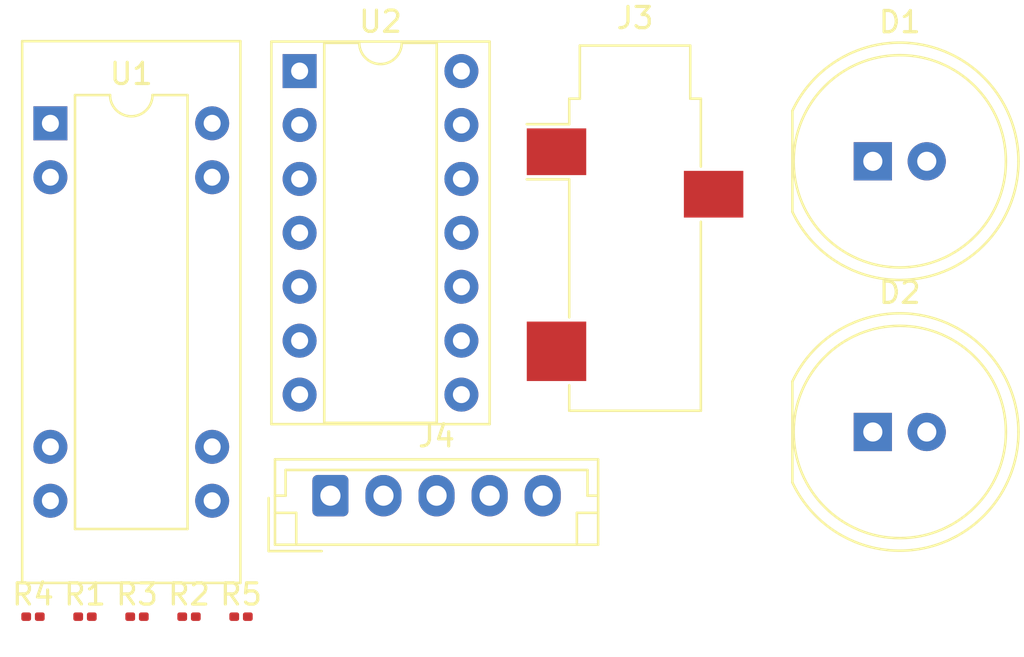
<source format=kicad_pcb>
(kicad_pcb (version 20211014) (generator pcbnew)
  (layers (0 "F.Cu" signal) (31 "B.Cu" signal) (34 "B.Paste" user) (35 "F.Paste" user) (36 "B.SilkS" user "B.Silkscreen") (37 "F.SilkS" user "F.Silkscreen") (38 "B.Mask" user) (39 "F.Mask" user) (44 "Edge.Cuts" user))
  (net 0 "")
  (net 1 "Net-(D1-Pad1)")
  (net 2 "Net-(D1-Pad2)")
  (net 3 "Net-(D2-Pad2)")
  (net 4 "Net-(J2-Pad4)")
  (net 5 "Net-(J2-Pad2)")
  (net 6 "Net-(J4-Pad1)")
  (net 7 "Net-(J4-Pad2)")
  (net 8 "Net-(J4-Pad3)")
  (net 10 "Net-(R1-Pad1)")
  (net 11 "Net-(J1-Pad2)")
  (net 12 "Net-(R2-Pad2)")
  (net 13 "Net-(R3-Pad1)")
  (net 14 "Net-(R5-Pad2)")
  (net 16 "Net-(J1-Pad4)")
  (net 18 "Net-(U1-Pad6)")
  (footprint "Resistor_SMD:R_0201_0603Metric" (layer "F.Cu") (at 128.08 95.11)
    (fp_text reference "R4" (at 0 -1.05) (layer "F.SilkS"))
    (fp_text value "220")
    (pad "1" smd roundrect (at -0.32 0) (size 0.46 0.4) (layers "F.Cu" "F.Mask") (net 6 "Net-(J4-Pad1)"))
    (pad "2" smd roundrect (at 0.32 0) (size 0.46 0.4) (layers "F.Cu" "F.Mask") (net 4 "Net-(J2-Pad4)"))
  )
  (footprint "LED_THT:LED_D10.0mm" (layer "F.Cu") (at 167.64 86.41)
    (fp_text reference "D2" (at 1.27 -6.56) (layer "F.SilkS"))
    (fp_text value "LED")
    (fp_line (start -3.79 -2.376) (end -3.79 2.376) (layer "F.SilkS") (width 0.12))
    (fp_arc (start -3.79 -2.375816) (mid 2.484794 -5.456407) (end 6.859998 -0.004741) (layer "F.SilkS") (width 0.12))
    (fp_arc (start 6.859998 0.004741) (mid 2.484794 5.456407) (end -3.79 2.375816) (layer "F.SilkS") (width 0.12))
    (fp_circle (center 1.27 0) (end 6.27 0) (layer "F.SilkS") (width 0.12) (fill none))
    (pad "1" thru_hole rect (at 0 0) (size 1.8 1.8) (drill 0.9) (layers *.Cu *.Mask) (net 1 "Net-(D1-Pad1)"))
    (pad "2" thru_hole circle (at 2.54 0) (size 1.8 1.8) (drill 0.9) (layers *.Cu *.Mask) (net 3 "Net-(D2-Pad2)"))
  )
  (footprint "Package_DIP:DIP-14_W7.62mm_Socket" (layer "F.Cu") (at 140.64 69.41)
    (fp_text reference "U2" (at 3.81 -2.33) (layer "F.SilkS"))
    (fp_text value "74LS00")
    (fp_line (start 6.46 16.57) (end 6.46 -1.33) (layer "F.SilkS") (width 0.12))
    (fp_line (start 6.46 -1.33) (end 4.81 -1.33) (layer "F.SilkS") (width 0.12))
    (fp_line (start 1.16 16.57) (end 6.46 16.57) (layer "F.SilkS") (width 0.12))
    (fp_line (start -1.33 16.63) (end 8.95 16.63) (layer "F.SilkS") (width 0.12))
    (fp_line (start 8.95 16.63) (end 8.95 -1.39) (layer "F.SilkS") (width 0.12))
    (fp_line (start 1.16 -1.33) (end 1.16 16.57) (layer "F.SilkS") (width 0.12))
    (fp_line (start 8.95 -1.39) (end -1.33 -1.39) (layer "F.SilkS") (width 0.12))
    (fp_line (start 2.81 -1.33) (end 1.16 -1.33) (layer "F.SilkS") (width 0.12))
    (fp_line (start -1.33 -1.39) (end -1.33 16.63) (layer "F.SilkS") (width 0.12))
    (fp_arc (start 4.81 -1.33) (mid 3.81 -0.33) (end 2.81 -1.33) (layer "F.SilkS") (width 0.12))
    (pad "1" thru_hole rect (at 0 0) (size 1.6 1.6) (drill 0.8) (layers *.Cu *.Mask) (net 18 "Net-(U1-Pad6)"))
    (pad "2" thru_hole oval (at 0 2.54) (size 1.6 1.6) (drill 0.8) (layers *.Cu *.Mask) (net 18 "Net-(U1-Pad6)"))
    (pad "3" thru_hole oval (at 0 5.08) (size 1.6 1.6) (drill 0.8) (layers *.Cu *.Mask) (net 13 "Net-(R3-Pad1)"))
    (pad "4" thru_hole oval (at 0 7.62) (size 1.6 1.6) (drill 0.8) (layers *.Cu *.Mask) (net 13 "Net-(R3-Pad1)"))
    (pad "5" thru_hole oval (at 0 10.16) (size 1.6 1.6) (drill 0.8) (layers *.Cu *.Mask) (net 13 "Net-(R3-Pad1)"))
    (pad "6" thru_hole oval (at 0 12.7) (size 1.6 1.6) (drill 0.8) (layers *.Cu *.Mask) (net 8 "Net-(J4-Pad3)"))
    (pad "7" thru_hole oval (at 0 15.24) (size 1.6 1.6) (drill 0.8) (layers *.Cu *.Mask) (net 1 "Net-(D1-Pad1)"))
    (pad "8" thru_hole oval (at 7.62 15.24) (size 1.6 1.6) (drill 0.8) (layers *.Cu *.Mask) (net 12 "Net-(R2-Pad2)"))
    (pad "9" thru_hole oval (at 7.62 12.7) (size 1.6 1.6) (drill 0.8) (layers *.Cu *.Mask) (net 14 "Net-(R5-Pad2)"))
    (pad "10" thru_hole oval (at 7.62 10.16) (size 1.6 1.6) (drill 0.8) (layers *.Cu *.Mask) (net 14 "Net-(R5-Pad2)"))
    (pad "11" thru_hole oval (at 7.62 7.62) (size 1.6 1.6) (drill 0.8) (layers *.Cu *.Mask) (net 14 "Net-(R5-Pad2)"))
    (pad "12" thru_hole oval (at 7.62 5.08) (size 1.6 1.6) (drill 0.8) (layers *.Cu *.Mask) (net 7 "Net-(J4-Pad2)"))
    (pad "13" thru_hole oval (at 7.62 2.54) (size 1.6 1.6) (drill 0.8) (layers *.Cu *.Mask) (net 7 "Net-(J4-Pad2)"))
    (pad "14" thru_hole oval (at 7.62 0) (size 1.6 1.6) (drill 0.8) (layers *.Cu *.Mask) (net 6 "Net-(J4-Pad1)"))
  )
  (footprint "Connector_JST:JST_EH_B5B-EH-A_1x05_P2.50mm_Vertical" (layer "F.Cu") (at 142.09 89.41)
    (fp_text reference "J4" (at 5 -2.8) (layer "F.SilkS"))
    (fp_text value "Conn_01x05")
    (fp_line (start -2.11 -1.21) (end 12.11 -1.21) (layer "F.SilkS") (width 0.12))
    (fp_line (start -2.91 0.11) (end -2.91 2.61) (layer "F.SilkS") (width 0.12))
    (fp_line (start -2.61 0.81) (end -1.61 0.81) (layer "F.SilkS") (width 0.12))
    (fp_line (start -2.61 2.31) (end 12.61 2.31) (layer "F.SilkS") (width 0.12))
    (fp_line (start -2.11 0) (end -2.11 -1.21) (layer "F.SilkS") (width 0.12))
    (fp_line (start 12.61 2.31) (end 12.61 -1.71) (layer "F.SilkS") (width 0.12))
    (fp_line (start 12.11 -1.21) (end 12.11 0) (layer "F.SilkS") (width 0.12))
    (fp_line (start -2.61 0) (end -2.11 0) (layer "F.SilkS") (width 0.12))
    (fp_line (start -2.61 -1.71) (end -2.61 2.31) (layer "F.SilkS") (width 0.12))
    (fp_line (start -2.91 2.61) (end -0.41 2.61) (layer "F.SilkS") (width 0.12))
    (fp_line (start 12.61 -1.71) (end -2.61 -1.71) (layer "F.SilkS") (width 0.12))
    (fp_line (start -1.61 0.81) (end -1.61 2.31) (layer "F.SilkS") (width 0.12))
    (fp_line (start 11.61 0.81) (end 11.61 2.31) (layer "F.SilkS") (width 0.12))
    (fp_line (start 12.61 0.81) (end 11.61 0.81) (layer "F.SilkS") (width 0.12))
    (fp_line (start 12.11 0) (end 12.61 0) (layer "F.SilkS") (width 0.12))
    (pad "1" thru_hole roundrect (at 0 0) (size 1.7 1.95) (drill 0.95) (layers *.Cu *.Mask) (roundrect_rratio 0.147059) (net 6 "Net-(J4-Pad1)"))
    (pad "2" thru_hole oval (at 2.5 0) (size 1.7 1.95) (drill 0.95) (layers *.Cu *.Mask) (net 7 "Net-(J4-Pad2)"))
    (pad "3" thru_hole oval (at 5 0) (size 1.7 1.95) (drill 0.95) (layers *.Cu *.Mask) (net 8 "Net-(J4-Pad3)"))
    (pad "4" thru_hole oval (at 7.5 0) (size 1.7 1.95) (drill 0.95) (layers *.Cu *.Mask) (net 1 "Net-(D1-Pad1)"))
    (pad "5" thru_hole oval (at 10 0) (size 1.7 1.95) (drill 0.95) (layers *.Cu *.Mask))
  )
  (footprint "LED_THT:LED_D10.0mm" (layer "F.Cu") (at 167.64 73.66)
    (fp_text reference "D1" (at 1.27 -6.56) (layer "F.SilkS"))
    (fp_text value "LED")
    (fp_line (start -3.79 -2.376) (end -3.79 2.376) (layer "F.SilkS") (width 0.12))
    (fp_arc (start 6.859998 0.004741) (mid 2.484794 5.456407) (end -3.79 2.375816) (layer "F.SilkS") (width 0.12))
    (fp_arc (start -3.79 -2.375816) (mid 2.484794 -5.456407) (end 6.859998 -0.004741) (layer "F.SilkS") (width 0.12))
    (fp_circle (center 1.27 0) (end 6.27 0) (layer "F.SilkS") (width 0.12) (fill none))
    (pad "1" thru_hole rect (at 0 0) (size 1.8 1.8) (drill 0.9) (layers *.Cu *.Mask) (net 1 "Net-(D1-Pad1)"))
    (pad "2" thru_hole circle (at 2.54 0) (size 1.8 1.8) (drill 0.9) (layers *.Cu *.Mask) (net 2 "Net-(D1-Pad2)"))
  )
  (footprint "Connector_Audio:Jack_3.5mm_CUI_SJ-3523-SMT_Horizontal" (layer "F.Cu") (at 156.44 76.81)
    (fp_text reference "J3" (at 0 -9.9) (layer "F.SilkS"))
    (fp_text value "AudioJack3")
    (fp_line (start -3.1 4.2) (end -3.1 -2.3) (layer "F.SilkS") (width 0.12))
    (fp_line (start -3.1 -4.9) (end -5.1 -4.9) (layer "F.SilkS") (width 0.12))
    (fp_line (start 3.1 -6.1) (end 3.1 -2.9) (layer "F.SilkS") (width 0.12))
    (fp_line (start -3.1 -4.9) (end -3.1 -6.1) (layer "F.SilkS") (width 0.12))
    (fp_line (start -3.1 -6.1) (end -2.6 -6.1) (layer "F.SilkS") (width 0.12))
    (fp_line (start 3.1 8.6) (end -3.1 8.6) (layer "F.SilkS") (width 0.12))
    (fp_line (start -3.1 -2.3) (end -5.1 -2.3) (layer "F.SilkS") (width 0.12))
    (fp_line (start -2.6 -6.1) (end -2.6 -8.6) (layer "F.SilkS") (width 0.12))
    (fp_line (start -2.6 -8.6) (end 2.6 -8.6) (layer "F.SilkS") (width 0.12))
    (fp_line (start 3.1 -0.3) (end 3.1 8.6) (layer "F.SilkS") (width 0.12))
    (fp_line (start 2.6 -8.6) (end 2.6 -6.1) (layer "F.SilkS") (width 0.12))
    (fp_line (start -3.1 8.6) (end -3.1 7.4) (layer "F.SilkS") (width 0.12))
    (fp_line (start 2.6 -6.1) (end 3.1 -6.1) (layer "F.SilkS") (width 0.12))
    (pad "" np_thru_hole circle (at 0 4.5) (size 1.7 1.7) (drill 1.7) (layers *.Cu *.Mask))
    (pad "" np_thru_hole circle (at 0 -2.5) (size 1.7 1.7) (drill 1.7) (layers *.Cu *.Mask))
    (pad "R" smd rect (at 3.7 -1.6) (size 2.8 2.2) (layers "F.Cu" "F.Paste" "F.Mask") (net 4 "Net-(J2-Pad4)"))
    (pad "S" smd rect (at -3.7 -3.6) (size 2.8 2.2) (layers "F.Cu" "F.Paste" "F.Mask") (net 1 "Net-(D1-Pad1)"))
    (pad "T" smd rect (at -3.7 5.8) (size 2.8 2.8) (layers "F.Cu" "F.Paste" "F.Mask") (net 5 "Net-(J2-Pad2)"))
  )
  (footprint "Resistor_SMD:R_0201_0603Metric" (layer "F.Cu") (at 132.98 95.11)
    (fp_text reference "R3" (at 0 -1.05) (layer "F.SilkS"))
    (fp_text value "4.7k")
    (pad "1" smd roundrect (at -0.32 0) (size 0.46 0.4) (layers "F.Cu" "F.Mask") (net 13 "Net-(R3-Pad1)"))
    (pad "2" smd roundrect (at 0.32 0) (size 0.46 0.4) (layers "F.Cu" "F.Mask") (net 2 "Net-(D1-Pad2)"))
  )
  (footprint "Package_DIP:DIP-8-16_W7.62mm_Socket" (layer "F.Cu") (at 128.9 71.87)
    (fp_text reference "U1" (at 3.81 -2.33) (layer "F.SilkS"))
    (fp_text value "6N138")
    (fp_line (start 8.95 21.65) (end 8.95 -3.87) (layer "F.SilkS") (width 0.12))
    (fp_line (start -1.33 -3.87) (end -1.33 21.65) (layer "F.SilkS") (width 0.12))
    (fp_line (start 1.16 -1.33) (end 1.16 19.11) (layer "F.SilkS") (width 0.12))
    (fp_line (start 8.95 -3.87) (end -1.33 -3.87) (layer "F.SilkS") (width 0.12))
    (fp_line (start 2.81 -1.33) (end 1.16 -1.33) (layer "F.SilkS") (width 0.12))
    (fp_line (start 1.16 19.11) (end 6.46 19.11) (layer "F.SilkS") (width 0.12))
    (fp_line (start -1.33 21.65) (end 8.95 21.65) (layer "F.SilkS") (width 0.12))
    (fp_line (start 6.46 -1.33) (end 4.81 -1.33) (layer "F.SilkS") (width 0.12))
    (fp_line (start 6.46 19.11) (end 6.46 -1.33) (layer "F.SilkS") (width 0.12))
    (fp_arc (start 4.81 -1.33) (mid 3.81 -0.33) (end 2.81 -1.33) (layer "F.SilkS") (width 0.12))
    (pad "1" thru_hole rect (at 0 0) (size 1.6 1.6) (drill 0.8) (layers *.Cu *.Mask))
    (pad "2" thru_hole circle (at 0 2.54) (size 1.6 1.6) (drill 0.8) (layers *.Cu *.Mask) (net 10 "Net-(R1-Pad1)"))
    (pad "3" thru_hole circle (at 0 15.24) (size 1.6 1.6) (drill 0.8) (layers *.Cu *.Mask) (net 16 "Net-(J1-Pad4)"))
    (pad "4" thru_hole circle (at 0 17.78) (size 1.6 1.6) (drill 0.8) (layers *.Cu *.Mask))
    (pad "5" thru_hole circle (at 7.62 17.78) (size 1.6 1.6) (drill 0.8) (layers *.Cu *.Mask) (net 1 "Net-(D1-Pad1)"))
    (pad "6" thru_hole circle (at 7.62 15.24) (size 1.6 1.6) (drill 0.8) (layers *.Cu *.Mask) (net 18 "Net-(U1-Pad6)"))
    (pad "7" thru_hole circle (at 7.62 2.54) (size 1.6 1.6) (drill 0.8) (layers *.Cu *.Mask))
    (pad "8" thru_hole circle (at 7.62 0) (size 1.6 1.6) (drill 0.8) (layers *.Cu *.Mask) (net 6 "Net-(J4-Pad1)"))
  )
  (footprint "Resistor_SMD:R_0201_0603Metric" (layer "F.Cu") (at 137.88 95.11)
    (fp_text reference "R5" (at 0 -1.05) (layer "F.SilkS"))
    (fp_text value "4.7k")
    (pad "1" smd roundrect (at -0.32 0) (size 0.46 0.4) (layers "F.Cu" "F.Mask") (net 3 "Net-(D2-Pad2)"))
    (pad "2" smd roundrect (at 0.32 0) (size 0.46 0.4) (layers "F.Cu" "F.Mask") (net 14 "Net-(R5-Pad2)"))
  )
  (footprint "Resistor_SMD:R_0201_0603Metric" (layer "F.Cu") (at 135.43 95.11)
    (fp_text reference "R2" (at 0 -1.05) (layer "F.SilkS"))
    (fp_text value "220")
    (pad "1" smd roundrect (at -0.32 0) (size 0.46 0.4) (layers "F.Cu" "F.Mask") (net 5 "Net-(J2-Pad2)"))
    (pad "2" smd roundrect (at 0.32 0) (size 0.46 0.4) (layers "F.Cu" "F.Mask") (net 12 "Net-(R2-Pad2)"))
  )
  (footprint "Resistor_SMD:R_0201_0603Metric" (layer "F.Cu") (at 130.53 95.11)
    (fp_text reference "R1" (at 0 -1.05) (layer "F.SilkS"))
    (fp_text value "220")
    (pad "1" smd roundrect (at -0.32 0) (size 0.46 0.4) (layers "F.Cu" "F.Mask") (net 10 "Net-(R1-Pad1)"))
    (pad "2" smd roundrect (at 0.32 0) (size 0.46 0.4) (layers "F.Cu" "F.Mask") (net 11 "Net-(J1-Pad2)"))
  )
)
</source>
